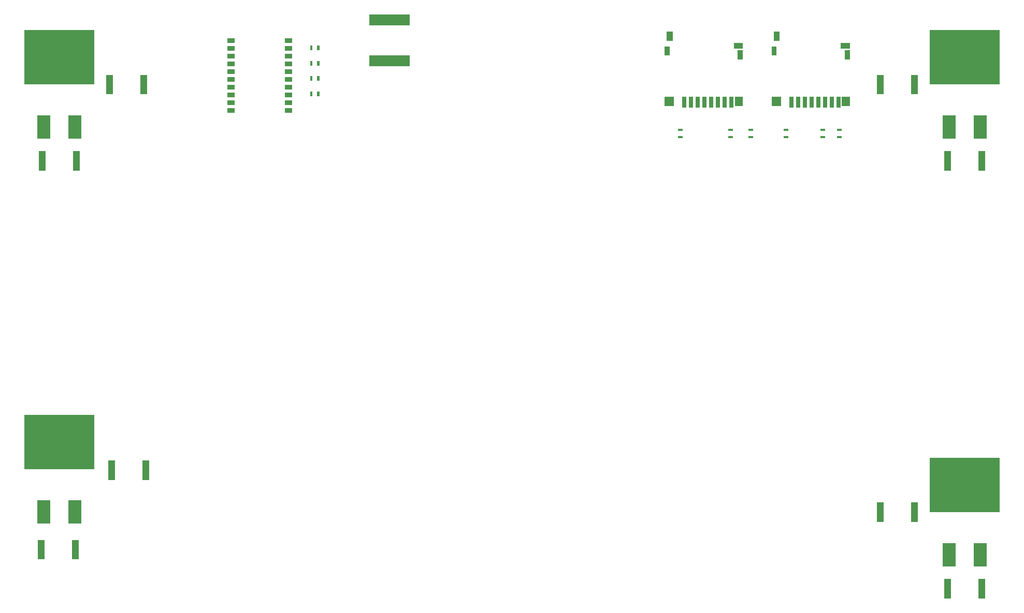
<source format=gbr>
G04 start of page 16 for group -4014 idx -4014 *
G04 Title: DAISI, bottompaste *
G04 Creator: pcb 20140316 *
G04 CreationDate: Wed 18 Apr 2018 03:14:34 AM GMT UTC *
G04 For: afonsop *
G04 Format: Gerber/RS-274X *
G04 PCB-Dimensions (mil): 6540.00 4540.00 *
G04 PCB-Coordinate-Origin: lower left *
%MOIN*%
%FSLAX25Y25*%
%LNBOTTOMPASTE*%
%ADD220R,0.0709X0.0709*%
%ADD219R,0.0512X0.0512*%
%ADD218R,0.0276X0.0276*%
%ADD217C,0.0001*%
%ADD216R,0.0315X0.0315*%
%ADD215R,0.0394X0.0394*%
%ADD214R,0.0300X0.0300*%
%ADD213R,0.0140X0.0140*%
%ADD212R,0.0433X0.0433*%
%ADD211R,0.3500X0.3500*%
%ADD210R,0.0819X0.0819*%
G54D210*X628110Y101382D02*Y94571D01*
X608110Y101382D02*Y94571D01*
G54D211*X613110Y142976D02*X623110D01*
G54D212*X607087Y80181D02*Y71913D01*
X629134Y80181D02*Y71913D01*
X563780Y129394D02*Y121126D01*
X585827Y129394D02*Y121126D01*
G54D213*X202103Y425272D02*Y423672D01*
X197503Y425272D02*Y423672D01*
X202103Y415430D02*Y413830D01*
X197503Y415430D02*Y413830D01*
X202103Y405587D02*Y403987D01*
X197503Y405587D02*Y403987D01*
X202103Y395745D02*Y394145D01*
X197503Y395745D02*Y394145D01*
G54D214*X182120Y429256D02*X183620D01*
X182120Y424256D02*X183620D01*
X182120Y419256D02*X183620D01*
X182120Y414256D02*X183620D01*
X182120Y409256D02*X183620D01*
X182120Y404256D02*X183620D01*
X182120Y399256D02*X183620D01*
X182120Y394256D02*X183620D01*
X182120Y389256D02*X183620D01*
X182120Y384256D02*X183620D01*
X145120D02*X146620D01*
X145120Y389256D02*X146620D01*
X145120Y394256D02*X146620D01*
X145120Y399256D02*X146620D01*
X145120Y404256D02*X146620D01*
X145120Y409256D02*X146620D01*
X145120Y414256D02*X146620D01*
X145120Y419256D02*X146620D01*
X145120Y424256D02*X146620D01*
X145120Y429256D02*X146620D01*
G54D212*X563780Y404984D02*Y396717D01*
X585827Y404984D02*Y396717D01*
X24409Y355772D02*Y347504D01*
X46457Y355772D02*Y347504D01*
X607087Y355772D02*Y347504D01*
X629134Y355772D02*Y347504D01*
G54D210*X628110Y376972D02*Y370161D01*
X608110Y376972D02*Y370161D01*
G54D211*X613110Y418567D02*X623110D01*
G54D212*X89764Y404984D02*Y396717D01*
X67717Y404984D02*Y396717D01*
G54D210*X45433Y376972D02*Y370161D01*
X25433Y376972D02*Y370161D01*
G54D211*X30433Y418567D02*X40433D01*
G54D213*X434239Y371654D02*X435839D01*
X434239Y367054D02*X435839D01*
X536602Y371654D02*X538202D01*
X536602Y367054D02*X538202D01*
X525775Y371654D02*X527375D01*
X525775Y367054D02*X527375D01*
X502153Y371654D02*X503753D01*
X502153Y367054D02*X503753D01*
X479515Y371654D02*X481115D01*
X479515Y367054D02*X481115D01*
X466720Y371654D02*X468320D01*
X466720Y367054D02*X468320D01*
G54D215*X428150Y433134D02*Y430969D01*
G54D216*X426575Y423685D02*Y421323D01*
G54D217*G36*
X425000Y392976D02*Y387071D01*
X430906D01*
Y392976D01*
X425000D01*
G37*
G54D218*X437598Y391598D02*Y387465D01*
X441929Y391598D02*Y387465D01*
X446260Y391598D02*Y387465D01*
X450591Y391598D02*Y387465D01*
X454921Y391598D02*Y387465D01*
X459252Y391598D02*Y387465D01*
X463583Y391598D02*Y387465D01*
X467913Y391598D02*Y387465D01*
G54D219*X472638Y390417D02*Y389630D01*
G54D216*X473622Y421323D02*Y418567D01*
G54D215*X471457Y425850D02*X473228D01*
X497047Y433134D02*Y430969D01*
G54D216*X495472Y423685D02*Y421323D01*
G54D217*G36*
X493898Y392976D02*Y387071D01*
X499803D01*
Y392976D01*
X493898D01*
G37*
G54D218*X506496Y391598D02*Y387465D01*
X510827Y391598D02*Y387465D01*
X515157Y391598D02*Y387465D01*
X519488Y391598D02*Y387465D01*
X523819Y391598D02*Y387465D01*
X528150Y391598D02*Y387465D01*
X532480Y391598D02*Y387465D01*
X536811Y391598D02*Y387465D01*
G54D219*X541535Y390417D02*Y389630D01*
G54D216*X542520Y421323D02*Y418567D01*
G54D215*X540354Y425850D02*X542126D01*
G54D210*X45433Y128941D02*Y122130D01*
X25433Y128941D02*Y122130D01*
G54D211*X30433Y170535D02*X40433D01*
G54D212*X68965Y156492D02*Y148224D01*
X91012Y156492D02*Y148224D01*
X23689Y105311D02*Y97043D01*
X45736Y105311D02*Y97043D01*
G54D220*X238583Y416205D02*X257480D01*
X238583Y442583D02*X257480D01*
M02*

</source>
